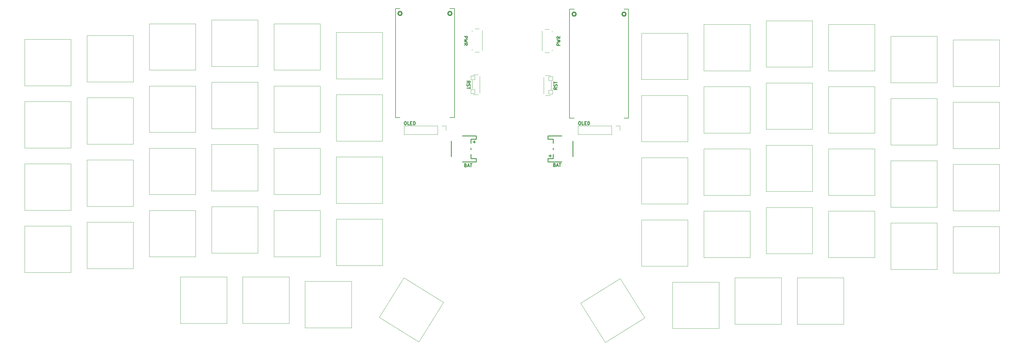
<source format=gbr>
G04 #@! TF.GenerationSoftware,KiCad,Pcbnew,9.0.3*
G04 #@! TF.CreationDate,2025-10-28T13:13:55+10:00*
G04 #@! TF.ProjectId,prototype-mk1_panel,70726f74-6f74-4797-9065-2d6d6b315f70,rev?*
G04 #@! TF.SameCoordinates,Original*
G04 #@! TF.FileFunction,Legend,Top*
G04 #@! TF.FilePolarity,Positive*
%FSLAX46Y46*%
G04 Gerber Fmt 4.6, Leading zero omitted, Abs format (unit mm)*
G04 Created by KiCad (PCBNEW 9.0.3) date 2025-10-28 13:13:55*
%MOMM*%
%LPD*%
G01*
G04 APERTURE LIST*
%ADD10C,0.250000*%
%ADD11C,0.120000*%
%ADD12C,0.100000*%
%ADD13C,0.200000*%
%ADD14C,0.400000*%
G04 APERTURE END LIST*
D10*
X206219048Y-77568666D02*
X206980953Y-77568666D01*
X206600000Y-77949619D02*
X206600000Y-77187714D01*
X183019047Y-73276657D02*
X183780952Y-73276657D01*
X183399999Y-73657610D02*
X183399999Y-72895705D01*
X207961904Y-80325809D02*
X208104761Y-80373428D01*
X208104761Y-80373428D02*
X208152380Y-80421047D01*
X208152380Y-80421047D02*
X208199999Y-80516285D01*
X208199999Y-80516285D02*
X208199999Y-80659142D01*
X208199999Y-80659142D02*
X208152380Y-80754380D01*
X208152380Y-80754380D02*
X208104761Y-80802000D01*
X208104761Y-80802000D02*
X208009523Y-80849619D01*
X208009523Y-80849619D02*
X207628571Y-80849619D01*
X207628571Y-80849619D02*
X207628571Y-79849619D01*
X207628571Y-79849619D02*
X207961904Y-79849619D01*
X207961904Y-79849619D02*
X208057142Y-79897238D01*
X208057142Y-79897238D02*
X208104761Y-79944857D01*
X208104761Y-79944857D02*
X208152380Y-80040095D01*
X208152380Y-80040095D02*
X208152380Y-80135333D01*
X208152380Y-80135333D02*
X208104761Y-80230571D01*
X208104761Y-80230571D02*
X208057142Y-80278190D01*
X208057142Y-80278190D02*
X207961904Y-80325809D01*
X207961904Y-80325809D02*
X207628571Y-80325809D01*
X208580952Y-80563904D02*
X209057142Y-80563904D01*
X208485714Y-80849619D02*
X208819047Y-79849619D01*
X208819047Y-79849619D02*
X209152380Y-80849619D01*
X209342857Y-79849619D02*
X209914285Y-79849619D01*
X209628571Y-80849619D02*
X209628571Y-79849619D01*
X180761904Y-80425809D02*
X180904761Y-80473428D01*
X180904761Y-80473428D02*
X180952380Y-80521047D01*
X180952380Y-80521047D02*
X180999999Y-80616285D01*
X180999999Y-80616285D02*
X180999999Y-80759142D01*
X180999999Y-80759142D02*
X180952380Y-80854380D01*
X180952380Y-80854380D02*
X180904761Y-80902000D01*
X180904761Y-80902000D02*
X180809523Y-80949619D01*
X180809523Y-80949619D02*
X180428571Y-80949619D01*
X180428571Y-80949619D02*
X180428571Y-79949619D01*
X180428571Y-79949619D02*
X180761904Y-79949619D01*
X180761904Y-79949619D02*
X180857142Y-79997238D01*
X180857142Y-79997238D02*
X180904761Y-80044857D01*
X180904761Y-80044857D02*
X180952380Y-80140095D01*
X180952380Y-80140095D02*
X180952380Y-80235333D01*
X180952380Y-80235333D02*
X180904761Y-80330571D01*
X180904761Y-80330571D02*
X180857142Y-80378190D01*
X180857142Y-80378190D02*
X180761904Y-80425809D01*
X180761904Y-80425809D02*
X180428571Y-80425809D01*
X181380952Y-80663904D02*
X181857142Y-80663904D01*
X181285714Y-80949619D02*
X181619047Y-79949619D01*
X181619047Y-79949619D02*
X181952380Y-80949619D01*
X182142857Y-79949619D02*
X182714285Y-79949619D01*
X182428571Y-80949619D02*
X182428571Y-79949619D01*
X215547619Y-67049619D02*
X215738095Y-67049619D01*
X215738095Y-67049619D02*
X215833333Y-67097238D01*
X215833333Y-67097238D02*
X215928571Y-67192476D01*
X215928571Y-67192476D02*
X215976190Y-67382952D01*
X215976190Y-67382952D02*
X215976190Y-67716285D01*
X215976190Y-67716285D02*
X215928571Y-67906761D01*
X215928571Y-67906761D02*
X215833333Y-68002000D01*
X215833333Y-68002000D02*
X215738095Y-68049619D01*
X215738095Y-68049619D02*
X215547619Y-68049619D01*
X215547619Y-68049619D02*
X215452381Y-68002000D01*
X215452381Y-68002000D02*
X215357143Y-67906761D01*
X215357143Y-67906761D02*
X215309524Y-67716285D01*
X215309524Y-67716285D02*
X215309524Y-67382952D01*
X215309524Y-67382952D02*
X215357143Y-67192476D01*
X215357143Y-67192476D02*
X215452381Y-67097238D01*
X215452381Y-67097238D02*
X215547619Y-67049619D01*
X216880952Y-68049619D02*
X216404762Y-68049619D01*
X216404762Y-68049619D02*
X216404762Y-67049619D01*
X217214286Y-67525809D02*
X217547619Y-67525809D01*
X217690476Y-68049619D02*
X217214286Y-68049619D01*
X217214286Y-68049619D02*
X217214286Y-67049619D01*
X217214286Y-67049619D02*
X217690476Y-67049619D01*
X218119048Y-68049619D02*
X218119048Y-67049619D01*
X218119048Y-67049619D02*
X218357143Y-67049619D01*
X218357143Y-67049619D02*
X218500000Y-67097238D01*
X218500000Y-67097238D02*
X218595238Y-67192476D01*
X218595238Y-67192476D02*
X218642857Y-67287714D01*
X218642857Y-67287714D02*
X218690476Y-67478190D01*
X218690476Y-67478190D02*
X218690476Y-67621047D01*
X218690476Y-67621047D02*
X218642857Y-67811523D01*
X218642857Y-67811523D02*
X218595238Y-67906761D01*
X218595238Y-67906761D02*
X218500000Y-68002000D01*
X218500000Y-68002000D02*
X218357143Y-68049619D01*
X218357143Y-68049619D02*
X218119048Y-68049619D01*
X162247619Y-67049619D02*
X162438095Y-67049619D01*
X162438095Y-67049619D02*
X162533333Y-67097238D01*
X162533333Y-67097238D02*
X162628571Y-67192476D01*
X162628571Y-67192476D02*
X162676190Y-67382952D01*
X162676190Y-67382952D02*
X162676190Y-67716285D01*
X162676190Y-67716285D02*
X162628571Y-67906761D01*
X162628571Y-67906761D02*
X162533333Y-68002000D01*
X162533333Y-68002000D02*
X162438095Y-68049619D01*
X162438095Y-68049619D02*
X162247619Y-68049619D01*
X162247619Y-68049619D02*
X162152381Y-68002000D01*
X162152381Y-68002000D02*
X162057143Y-67906761D01*
X162057143Y-67906761D02*
X162009524Y-67716285D01*
X162009524Y-67716285D02*
X162009524Y-67382952D01*
X162009524Y-67382952D02*
X162057143Y-67192476D01*
X162057143Y-67192476D02*
X162152381Y-67097238D01*
X162152381Y-67097238D02*
X162247619Y-67049619D01*
X163580952Y-68049619D02*
X163104762Y-68049619D01*
X163104762Y-68049619D02*
X163104762Y-67049619D01*
X163914286Y-67525809D02*
X164247619Y-67525809D01*
X164390476Y-68049619D02*
X163914286Y-68049619D01*
X163914286Y-68049619D02*
X163914286Y-67049619D01*
X163914286Y-67049619D02*
X164390476Y-67049619D01*
X164819048Y-68049619D02*
X164819048Y-67049619D01*
X164819048Y-67049619D02*
X165057143Y-67049619D01*
X165057143Y-67049619D02*
X165200000Y-67097238D01*
X165200000Y-67097238D02*
X165295238Y-67192476D01*
X165295238Y-67192476D02*
X165342857Y-67287714D01*
X165342857Y-67287714D02*
X165390476Y-67478190D01*
X165390476Y-67478190D02*
X165390476Y-67621047D01*
X165390476Y-67621047D02*
X165342857Y-67811523D01*
X165342857Y-67811523D02*
X165295238Y-67906761D01*
X165295238Y-67906761D02*
X165200000Y-68002000D01*
X165200000Y-68002000D02*
X165057143Y-68049619D01*
X165057143Y-68049619D02*
X164819048Y-68049619D01*
X209649619Y-43733332D02*
X208649619Y-43733332D01*
X208649619Y-43733332D02*
X208649619Y-43352380D01*
X208649619Y-43352380D02*
X208697238Y-43257142D01*
X208697238Y-43257142D02*
X208744857Y-43209523D01*
X208744857Y-43209523D02*
X208840095Y-43161904D01*
X208840095Y-43161904D02*
X208982952Y-43161904D01*
X208982952Y-43161904D02*
X209078190Y-43209523D01*
X209078190Y-43209523D02*
X209125809Y-43257142D01*
X209125809Y-43257142D02*
X209173428Y-43352380D01*
X209173428Y-43352380D02*
X209173428Y-43733332D01*
X208649619Y-42828570D02*
X209649619Y-42590475D01*
X209649619Y-42590475D02*
X208935333Y-42399999D01*
X208935333Y-42399999D02*
X209649619Y-42209523D01*
X209649619Y-42209523D02*
X208649619Y-41971428D01*
X209649619Y-41019047D02*
X209173428Y-41352380D01*
X209649619Y-41590475D02*
X208649619Y-41590475D01*
X208649619Y-41590475D02*
X208649619Y-41209523D01*
X208649619Y-41209523D02*
X208697238Y-41114285D01*
X208697238Y-41114285D02*
X208744857Y-41066666D01*
X208744857Y-41066666D02*
X208840095Y-41019047D01*
X208840095Y-41019047D02*
X208982952Y-41019047D01*
X208982952Y-41019047D02*
X209078190Y-41066666D01*
X209078190Y-41066666D02*
X209125809Y-41114285D01*
X209125809Y-41114285D02*
X209173428Y-41209523D01*
X209173428Y-41209523D02*
X209173428Y-41590475D01*
X180350380Y-40966667D02*
X181350380Y-40966667D01*
X181350380Y-40966667D02*
X181350380Y-41347619D01*
X181350380Y-41347619D02*
X181302761Y-41442857D01*
X181302761Y-41442857D02*
X181255142Y-41490476D01*
X181255142Y-41490476D02*
X181159904Y-41538095D01*
X181159904Y-41538095D02*
X181017047Y-41538095D01*
X181017047Y-41538095D02*
X180921809Y-41490476D01*
X180921809Y-41490476D02*
X180874190Y-41442857D01*
X180874190Y-41442857D02*
X180826571Y-41347619D01*
X180826571Y-41347619D02*
X180826571Y-40966667D01*
X181350380Y-41871429D02*
X180350380Y-42109524D01*
X180350380Y-42109524D02*
X181064666Y-42300000D01*
X181064666Y-42300000D02*
X180350380Y-42490476D01*
X180350380Y-42490476D02*
X181350380Y-42728572D01*
X180350380Y-43680952D02*
X180826571Y-43347619D01*
X180350380Y-43109524D02*
X181350380Y-43109524D01*
X181350380Y-43109524D02*
X181350380Y-43490476D01*
X181350380Y-43490476D02*
X181302761Y-43585714D01*
X181302761Y-43585714D02*
X181255142Y-43633333D01*
X181255142Y-43633333D02*
X181159904Y-43680952D01*
X181159904Y-43680952D02*
X181017047Y-43680952D01*
X181017047Y-43680952D02*
X180921809Y-43633333D01*
X180921809Y-43633333D02*
X180874190Y-43585714D01*
X180874190Y-43585714D02*
X180826571Y-43490476D01*
X180826571Y-43490476D02*
X180826571Y-43109524D01*
X208749619Y-56647619D02*
X208273428Y-56980952D01*
X208749619Y-57219047D02*
X207749619Y-57219047D01*
X207749619Y-57219047D02*
X207749619Y-56838095D01*
X207749619Y-56838095D02*
X207797238Y-56742857D01*
X207797238Y-56742857D02*
X207844857Y-56695238D01*
X207844857Y-56695238D02*
X207940095Y-56647619D01*
X207940095Y-56647619D02*
X208082952Y-56647619D01*
X208082952Y-56647619D02*
X208178190Y-56695238D01*
X208178190Y-56695238D02*
X208225809Y-56742857D01*
X208225809Y-56742857D02*
X208273428Y-56838095D01*
X208273428Y-56838095D02*
X208273428Y-57219047D01*
X208702000Y-56266666D02*
X208749619Y-56123809D01*
X208749619Y-56123809D02*
X208749619Y-55885714D01*
X208749619Y-55885714D02*
X208702000Y-55790476D01*
X208702000Y-55790476D02*
X208654380Y-55742857D01*
X208654380Y-55742857D02*
X208559142Y-55695238D01*
X208559142Y-55695238D02*
X208463904Y-55695238D01*
X208463904Y-55695238D02*
X208368666Y-55742857D01*
X208368666Y-55742857D02*
X208321047Y-55790476D01*
X208321047Y-55790476D02*
X208273428Y-55885714D01*
X208273428Y-55885714D02*
X208225809Y-56076190D01*
X208225809Y-56076190D02*
X208178190Y-56171428D01*
X208178190Y-56171428D02*
X208130571Y-56219047D01*
X208130571Y-56219047D02*
X208035333Y-56266666D01*
X208035333Y-56266666D02*
X207940095Y-56266666D01*
X207940095Y-56266666D02*
X207844857Y-56219047D01*
X207844857Y-56219047D02*
X207797238Y-56171428D01*
X207797238Y-56171428D02*
X207749619Y-56076190D01*
X207749619Y-56076190D02*
X207749619Y-55838095D01*
X207749619Y-55838095D02*
X207797238Y-55695238D01*
X207749619Y-55409523D02*
X207749619Y-54838095D01*
X208749619Y-55123809D02*
X207749619Y-55123809D01*
X181150380Y-55241880D02*
X181626571Y-54908547D01*
X181150380Y-54670452D02*
X182150380Y-54670452D01*
X182150380Y-54670452D02*
X182150380Y-55051404D01*
X182150380Y-55051404D02*
X182102761Y-55146642D01*
X182102761Y-55146642D02*
X182055142Y-55194261D01*
X182055142Y-55194261D02*
X181959904Y-55241880D01*
X181959904Y-55241880D02*
X181817047Y-55241880D01*
X181817047Y-55241880D02*
X181721809Y-55194261D01*
X181721809Y-55194261D02*
X181674190Y-55146642D01*
X181674190Y-55146642D02*
X181626571Y-55051404D01*
X181626571Y-55051404D02*
X181626571Y-54670452D01*
X181198000Y-55622833D02*
X181150380Y-55765690D01*
X181150380Y-55765690D02*
X181150380Y-56003785D01*
X181150380Y-56003785D02*
X181198000Y-56099023D01*
X181198000Y-56099023D02*
X181245619Y-56146642D01*
X181245619Y-56146642D02*
X181340857Y-56194261D01*
X181340857Y-56194261D02*
X181436095Y-56194261D01*
X181436095Y-56194261D02*
X181531333Y-56146642D01*
X181531333Y-56146642D02*
X181578952Y-56099023D01*
X181578952Y-56099023D02*
X181626571Y-56003785D01*
X181626571Y-56003785D02*
X181674190Y-55813309D01*
X181674190Y-55813309D02*
X181721809Y-55718071D01*
X181721809Y-55718071D02*
X181769428Y-55670452D01*
X181769428Y-55670452D02*
X181864666Y-55622833D01*
X181864666Y-55622833D02*
X181959904Y-55622833D01*
X181959904Y-55622833D02*
X182055142Y-55670452D01*
X182055142Y-55670452D02*
X182102761Y-55718071D01*
X182102761Y-55718071D02*
X182150380Y-55813309D01*
X182150380Y-55813309D02*
X182150380Y-56051404D01*
X182150380Y-56051404D02*
X182102761Y-56194261D01*
X182150380Y-56479976D02*
X182150380Y-57051404D01*
X181150380Y-56765690D02*
X182150380Y-56765690D01*
D11*
X329786511Y-80211219D02*
X329786511Y-94411219D01*
X329786511Y-94411219D02*
X343986511Y-94411219D01*
X343986511Y-80211219D02*
X329786511Y-80211219D01*
X343986511Y-94411219D02*
X343986511Y-80211219D01*
X103146992Y-93143240D02*
X103146992Y-107343240D01*
X103146992Y-107343240D02*
X117346992Y-107343240D01*
X117346992Y-93143240D02*
X103146992Y-93143240D01*
X117346992Y-107343240D02*
X117346992Y-93143240D01*
X329786511Y-42111219D02*
X329786511Y-56311219D01*
X329786511Y-56311219D02*
X343986511Y-56311219D01*
X343986511Y-42111219D02*
X329786511Y-42111219D01*
X343986511Y-56311219D02*
X343986511Y-42111219D01*
X45996992Y-41898740D02*
X45996992Y-56098740D01*
X45996992Y-56098740D02*
X60196992Y-56098740D01*
X60196992Y-41898740D02*
X45996992Y-41898740D01*
X60196992Y-56098740D02*
X60196992Y-41898740D01*
X122196992Y-94286240D02*
X122196992Y-108486240D01*
X122196992Y-108486240D02*
X136396992Y-108486240D01*
X136396992Y-94286240D02*
X122196992Y-94286240D01*
X136396992Y-108486240D02*
X136396992Y-94286240D01*
D12*
X204704319Y-53969979D02*
X204704319Y-53461979D01*
X204704319Y-54727979D02*
X204704319Y-57021979D01*
X204704319Y-58541979D02*
X204704319Y-53969979D01*
X205212319Y-52953979D02*
X206736319Y-52953979D01*
X205212319Y-59049979D02*
X206736319Y-59049979D01*
X206990319Y-54731979D02*
X206990319Y-57271979D01*
X206166319Y-54501979D02*
X207366319Y-54501979D01*
X207366319Y-53301979D01*
X206166319Y-53301979D01*
X206166319Y-54501979D01*
X206166319Y-58701979D02*
X207366319Y-58701979D01*
X207366319Y-57501979D01*
X206166319Y-57501979D01*
X206166319Y-58701979D01*
D11*
X141246992Y-39803240D02*
X141246992Y-54003240D01*
X141246992Y-54003240D02*
X155446992Y-54003240D01*
X155446992Y-39803240D02*
X141246992Y-39803240D01*
X155446992Y-54003240D02*
X155446992Y-39803240D01*
X45996992Y-79998740D02*
X45996992Y-94198740D01*
X45996992Y-94198740D02*
X60196992Y-94198740D01*
X60196992Y-79998740D02*
X45996992Y-79998740D01*
X60196992Y-94198740D02*
X60196992Y-79998740D01*
X93621992Y-114669740D02*
X93621992Y-128869740D01*
X93621992Y-128869740D02*
X107821992Y-128869740D01*
X107821992Y-114669740D02*
X93621992Y-114669740D01*
X107821992Y-128869740D02*
X107821992Y-114669740D01*
X141246992Y-58853240D02*
X141246992Y-73053240D01*
X141246992Y-73053240D02*
X155446992Y-73053240D01*
X155446992Y-58853240D02*
X141246992Y-58853240D01*
X155446992Y-73053240D02*
X155446992Y-58853240D01*
X103146992Y-55043240D02*
X103146992Y-69243240D01*
X103146992Y-69243240D02*
X117346992Y-69243240D01*
X117346992Y-55043240D02*
X103146992Y-55043240D01*
X117346992Y-69243240D02*
X117346992Y-55043240D01*
X272636511Y-36205719D02*
X272636511Y-50405719D01*
X272636511Y-50405719D02*
X286836511Y-50405719D01*
X286836511Y-36205719D02*
X272636511Y-36205719D01*
X286836511Y-50405719D02*
X286836511Y-36205719D01*
D13*
X212584066Y-32712338D02*
X213986516Y-32712338D01*
X212584066Y-66050719D02*
X212584066Y-32712338D01*
X212584066Y-66050719D02*
X213986516Y-66050719D01*
X229226526Y-32712338D02*
X230628967Y-32712338D01*
X229226526Y-66050719D02*
X230628967Y-66050719D01*
X230628967Y-32712338D02*
X230628967Y-66050719D01*
D14*
X214586516Y-34200729D02*
G75*
G02*
X213386516Y-34200729I-600000J0D01*
G01*
X213386516Y-34200729D02*
G75*
G02*
X214586516Y-34200729I600000J0D01*
G01*
X229826526Y-34200719D02*
G75*
G02*
X228626526Y-34200719I-600000J0D01*
G01*
X228626526Y-34200719D02*
G75*
G02*
X229826526Y-34200719I600000J0D01*
G01*
D11*
X215983363Y-122659408D02*
X223508216Y-134701691D01*
X223508216Y-134701691D02*
X235550499Y-127176838D01*
X228025646Y-115134555D02*
X215983363Y-122659408D01*
X235550499Y-127176838D02*
X228025646Y-115134555D01*
X234536511Y-97165719D02*
X234536511Y-111365719D01*
X234536511Y-111365719D02*
X248736511Y-111365719D01*
X248736511Y-97165719D02*
X234536511Y-97165719D01*
X248736511Y-111365719D02*
X248736511Y-97165719D01*
X204136511Y-45490719D02*
X204136511Y-39390719D01*
X205036511Y-45990719D02*
X206336511Y-45990719D01*
X206336511Y-38890719D02*
X205036511Y-38890719D01*
X207236511Y-39390719D02*
X207236511Y-39740719D01*
X207236511Y-45140719D02*
X207236511Y-45490719D01*
X310736511Y-79068219D02*
X310736511Y-93268219D01*
X310736511Y-93268219D02*
X324936511Y-93268219D01*
X324936511Y-79068219D02*
X310736511Y-79068219D01*
X324936511Y-93268219D02*
X324936511Y-79068219D01*
D10*
X176416992Y-77828240D02*
X176416992Y-73028240D01*
X182436992Y-72428240D02*
X184016992Y-72428240D01*
X182436992Y-73698240D02*
X182436992Y-72428240D01*
X182446992Y-75698240D02*
X182446992Y-75158240D01*
X182446992Y-78428240D02*
X182446992Y-77158240D01*
X184016992Y-71478240D02*
X179796992Y-71478240D01*
X184016992Y-72428240D02*
X184016992Y-71478240D01*
X184016992Y-78428240D02*
X182446992Y-78428240D01*
X184016992Y-79378240D02*
X179796992Y-79378240D01*
X184016992Y-79378240D02*
X184016992Y-78428240D01*
D11*
X122196992Y-37136240D02*
X122196992Y-51336240D01*
X122196992Y-51336240D02*
X136396992Y-51336240D01*
X136396992Y-37136240D02*
X122196992Y-37136240D01*
X136396992Y-51336240D02*
X136396992Y-37136240D01*
X84096992Y-94286240D02*
X84096992Y-108486240D01*
X84096992Y-108486240D02*
X98296992Y-108486240D01*
X98296992Y-94286240D02*
X84096992Y-94286240D01*
X98296992Y-108486240D02*
X98296992Y-94286240D01*
X103146992Y-35993240D02*
X103146992Y-50193240D01*
X103146992Y-50193240D02*
X117346992Y-50193240D01*
X117346992Y-35993240D02*
X103146992Y-35993240D01*
X117346992Y-50193240D02*
X117346992Y-35993240D01*
X329786511Y-99261219D02*
X329786511Y-113461219D01*
X329786511Y-113461219D02*
X343986511Y-113461219D01*
X343986511Y-99261219D02*
X329786511Y-99261219D01*
X343986511Y-113461219D02*
X343986511Y-99261219D01*
X45996992Y-60948740D02*
X45996992Y-75148740D01*
X45996992Y-75148740D02*
X60196992Y-75148740D01*
X60196992Y-60948740D02*
X45996992Y-60948740D01*
X60196992Y-75148740D02*
X60196992Y-60948740D01*
X263111511Y-114882219D02*
X263111511Y-129082219D01*
X263111511Y-129082219D02*
X277311511Y-129082219D01*
X277311511Y-114882219D02*
X263111511Y-114882219D01*
X277311511Y-129082219D02*
X277311511Y-114882219D01*
X310736511Y-98118219D02*
X310736511Y-112318219D01*
X310736511Y-112318219D02*
X324936511Y-112318219D01*
X324936511Y-98118219D02*
X310736511Y-98118219D01*
X324936511Y-112318219D02*
X324936511Y-98118219D01*
X84096992Y-75236240D02*
X84096992Y-89436240D01*
X84096992Y-89436240D02*
X98296992Y-89436240D01*
X98296992Y-75236240D02*
X84096992Y-75236240D01*
X98296992Y-89436240D02*
X98296992Y-75236240D01*
X291686511Y-94498719D02*
X291686511Y-108698719D01*
X291686511Y-108698719D02*
X305886511Y-108698719D01*
X305886511Y-94498719D02*
X291686511Y-94498719D01*
X305886511Y-108698719D02*
X305886511Y-94498719D01*
X174796992Y-68440719D02*
X173496992Y-68440719D01*
X174796992Y-69740719D02*
X174796992Y-68440719D01*
X172236992Y-68440719D02*
X162016992Y-68440719D01*
X162016992Y-71040719D01*
X172236992Y-71040719D01*
X172236992Y-68440719D01*
X234536511Y-59065719D02*
X234536511Y-73265719D01*
X234536511Y-73265719D02*
X248736511Y-73265719D01*
X248736511Y-59065719D02*
X234536511Y-59065719D01*
X248736511Y-73265719D02*
X248736511Y-59065719D01*
X65046992Y-59805740D02*
X65046992Y-74005740D01*
X65046992Y-74005740D02*
X79246992Y-74005740D01*
X79246992Y-59805740D02*
X65046992Y-59805740D01*
X79246992Y-74005740D02*
X79246992Y-59805740D01*
X103146992Y-74093240D02*
X103146992Y-88293240D01*
X103146992Y-88293240D02*
X117346992Y-88293240D01*
X117346992Y-74093240D02*
X103146992Y-74093240D01*
X117346992Y-88293240D02*
X117346992Y-74093240D01*
X122196992Y-56186240D02*
X122196992Y-70386240D01*
X122196992Y-70386240D02*
X136396992Y-70386240D01*
X136396992Y-56186240D02*
X122196992Y-56186240D01*
X136396992Y-70386240D02*
X136396992Y-56186240D01*
X253586511Y-94498719D02*
X253586511Y-108698719D01*
X253586511Y-108698719D02*
X267786511Y-108698719D01*
X267786511Y-94498719D02*
X253586511Y-94498719D01*
X267786511Y-108698719D02*
X267786511Y-94498719D01*
X65046992Y-40755740D02*
X65046992Y-54955740D01*
X65046992Y-54955740D02*
X79246992Y-54955740D01*
X79246992Y-40755740D02*
X65046992Y-40755740D01*
X79246992Y-54955740D02*
X79246992Y-40755740D01*
D12*
X182802800Y-57059500D02*
X182802800Y-54519500D01*
X184580800Y-52741500D02*
X183056800Y-52741500D01*
X184580800Y-58837500D02*
X183056800Y-58837500D01*
X185088800Y-53249500D02*
X185088800Y-57821500D01*
X185088800Y-57063500D02*
X185088800Y-54769500D01*
X185088800Y-57821500D02*
X185088800Y-58329500D01*
X183626800Y-53089500D02*
X182426800Y-53089500D01*
X182426800Y-54289500D01*
X183626800Y-54289500D01*
X183626800Y-53089500D01*
X183626800Y-57289500D02*
X182426800Y-57289500D01*
X182426800Y-58489500D01*
X183626800Y-58489500D01*
X183626800Y-57289500D01*
D11*
X45996992Y-99048740D02*
X45996992Y-113248740D01*
X45996992Y-113248740D02*
X60196992Y-113248740D01*
X60196992Y-99048740D02*
X45996992Y-99048740D01*
X60196992Y-113248740D02*
X60196992Y-99048740D01*
X272636511Y-74305719D02*
X272636511Y-88505719D01*
X272636511Y-88505719D02*
X286836511Y-88505719D01*
X286836511Y-74305719D02*
X272636511Y-74305719D01*
X286836511Y-88505719D02*
X286836511Y-74305719D01*
X141246992Y-96953240D02*
X141246992Y-111153240D01*
X141246992Y-111153240D02*
X155446992Y-111153240D01*
X155446992Y-96953240D02*
X141246992Y-96953240D01*
X155446992Y-111153240D02*
X155446992Y-96953240D01*
X282161511Y-114882219D02*
X282161511Y-129082219D01*
X282161511Y-129082219D02*
X296361511Y-129082219D01*
X296361511Y-114882219D02*
X282161511Y-114882219D01*
X296361511Y-129082219D02*
X296361511Y-114882219D01*
X310736511Y-60018219D02*
X310736511Y-74218219D01*
X310736511Y-74218219D02*
X324936511Y-74218219D01*
X324936511Y-60018219D02*
X310736511Y-60018219D01*
X324936511Y-74218219D02*
X324936511Y-60018219D01*
X291686511Y-56398719D02*
X291686511Y-70598719D01*
X291686511Y-70598719D02*
X305886511Y-70598719D01*
X305886511Y-56398719D02*
X291686511Y-56398719D01*
X305886511Y-70598719D02*
X305886511Y-56398719D01*
X253586511Y-37348719D02*
X253586511Y-51548719D01*
X253586511Y-51548719D02*
X267786511Y-51548719D01*
X267786511Y-37348719D02*
X253586511Y-37348719D01*
X267786511Y-51548719D02*
X267786511Y-37348719D01*
X253586511Y-75448719D02*
X253586511Y-89648719D01*
X253586511Y-89648719D02*
X267786511Y-89648719D01*
X267786511Y-75448719D02*
X253586511Y-75448719D01*
X267786511Y-89648719D02*
X267786511Y-75448719D01*
X84096992Y-37136240D02*
X84096992Y-51336240D01*
X84096992Y-51336240D02*
X98296992Y-51336240D01*
X98296992Y-37136240D02*
X84096992Y-37136240D01*
X98296992Y-51336240D02*
X98296992Y-37136240D01*
X272636511Y-55255719D02*
X272636511Y-69455719D01*
X272636511Y-69455719D02*
X286836511Y-69455719D01*
X286836511Y-55255719D02*
X272636511Y-55255719D01*
X286836511Y-69455719D02*
X286836511Y-55255719D01*
X112671992Y-114669740D02*
X112671992Y-128869740D01*
X112671992Y-128869740D02*
X126871992Y-128869740D01*
X126871992Y-114669740D02*
X112671992Y-114669740D01*
X126871992Y-128869740D02*
X126871992Y-114669740D01*
D10*
X205966511Y-71478240D02*
X205966511Y-72428240D01*
X205966511Y-71478240D02*
X210186511Y-71478240D01*
X205966511Y-72428240D02*
X207536511Y-72428240D01*
X205966511Y-78428240D02*
X205966511Y-79378240D01*
X205966511Y-79378240D02*
X210186511Y-79378240D01*
X207536511Y-72428240D02*
X207536511Y-73698240D01*
X207536511Y-75158240D02*
X207536511Y-75698240D01*
X207546511Y-77158240D02*
X207546511Y-78428240D01*
X207546511Y-78428240D02*
X205966511Y-78428240D01*
X213566511Y-73028240D02*
X213566511Y-77828240D01*
D11*
X244061511Y-116215719D02*
X244061511Y-130415719D01*
X244061511Y-130415719D02*
X258261511Y-130415719D01*
X258261511Y-116215719D02*
X244061511Y-116215719D01*
X258261511Y-130415719D02*
X258261511Y-116215719D01*
X291686511Y-75448719D02*
X291686511Y-89648719D01*
X291686511Y-89648719D02*
X305886511Y-89648719D01*
X305886511Y-75448719D02*
X291686511Y-75448719D01*
X305886511Y-89648719D02*
X305886511Y-75448719D01*
X227986511Y-68440719D02*
X226686511Y-68440719D01*
X227986511Y-69740719D02*
X227986511Y-68440719D01*
X225426511Y-68440719D02*
X215206511Y-68440719D01*
X215206511Y-71040719D01*
X225426511Y-71040719D01*
X225426511Y-68440719D01*
X329786511Y-61161219D02*
X329786511Y-75361219D01*
X329786511Y-75361219D02*
X343986511Y-75361219D01*
X343986511Y-61161219D02*
X329786511Y-61161219D01*
X343986511Y-75361219D02*
X343986511Y-61161219D01*
X291686511Y-37348719D02*
X291686511Y-51548719D01*
X291686511Y-51548719D02*
X305886511Y-51548719D01*
X305886511Y-37348719D02*
X291686511Y-37348719D01*
X305886511Y-51548719D02*
X305886511Y-37348719D01*
X272636511Y-93355719D02*
X272636511Y-107555719D01*
X272636511Y-107555719D02*
X286836511Y-107555719D01*
X286836511Y-93355719D02*
X272636511Y-93355719D01*
X286836511Y-107555719D02*
X286836511Y-93355719D01*
X131721992Y-116003240D02*
X131721992Y-130203240D01*
X131721992Y-130203240D02*
X145921992Y-130203240D01*
X145921992Y-116003240D02*
X131721992Y-116003240D01*
X145921992Y-130203240D02*
X145921992Y-116003240D01*
X154433004Y-126964359D02*
X166475287Y-134489212D01*
X161957857Y-114922076D02*
X154433004Y-126964359D01*
X166475287Y-134489212D02*
X174000140Y-122446929D01*
X174000140Y-122446929D02*
X161957857Y-114922076D01*
X84096992Y-56186240D02*
X84096992Y-70386240D01*
X84096992Y-70386240D02*
X98296992Y-70386240D01*
X98296992Y-56186240D02*
X84096992Y-56186240D01*
X98296992Y-70386240D02*
X98296992Y-56186240D01*
X182746992Y-39528240D02*
X182746992Y-39178240D01*
X182746992Y-45278240D02*
X182746992Y-44928240D01*
X183646992Y-45778240D02*
X184946992Y-45778240D01*
X184946992Y-38678240D02*
X183646992Y-38678240D01*
X185846992Y-39178240D02*
X185846992Y-45278240D01*
X310736511Y-40968219D02*
X310736511Y-55168219D01*
X310736511Y-55168219D02*
X324936511Y-55168219D01*
X324936511Y-40968219D02*
X310736511Y-40968219D01*
X324936511Y-55168219D02*
X324936511Y-40968219D01*
X65046992Y-78855740D02*
X65046992Y-93055740D01*
X65046992Y-93055740D02*
X79246992Y-93055740D01*
X79246992Y-78855740D02*
X65046992Y-78855740D01*
X79246992Y-93055740D02*
X79246992Y-78855740D01*
X234536511Y-40015719D02*
X234536511Y-54215719D01*
X234536511Y-54215719D02*
X248736511Y-54215719D01*
X248736511Y-40015719D02*
X234536511Y-40015719D01*
X248736511Y-54215719D02*
X248736511Y-40015719D01*
X141246992Y-77903240D02*
X141246992Y-92103240D01*
X141246992Y-92103240D02*
X155446992Y-92103240D01*
X155446992Y-77903240D02*
X141246992Y-77903240D01*
X155446992Y-92103240D02*
X155446992Y-77903240D01*
X234536511Y-78115719D02*
X234536511Y-92315719D01*
X234536511Y-92315719D02*
X248736511Y-92315719D01*
X248736511Y-78115719D02*
X234536511Y-78115719D01*
X248736511Y-92315719D02*
X248736511Y-78115719D01*
X253586511Y-56398719D02*
X253586511Y-70598719D01*
X253586511Y-70598719D02*
X267786511Y-70598719D01*
X267786511Y-56398719D02*
X253586511Y-56398719D01*
X267786511Y-70598719D02*
X267786511Y-56398719D01*
X122196992Y-75236240D02*
X122196992Y-89436240D01*
X122196992Y-89436240D02*
X136396992Y-89436240D01*
X136396992Y-75236240D02*
X122196992Y-75236240D01*
X136396992Y-89436240D02*
X136396992Y-75236240D01*
X65046992Y-97905740D02*
X65046992Y-112105740D01*
X65046992Y-112105740D02*
X79246992Y-112105740D01*
X79246992Y-97905740D02*
X65046992Y-97905740D01*
X79246992Y-112105740D02*
X79246992Y-97905740D01*
D13*
X159354527Y-32499859D02*
X160756977Y-32499859D01*
X159354527Y-65838240D02*
X159354527Y-32499859D01*
X159354527Y-65838240D02*
X160756977Y-65838240D01*
X175996987Y-32499859D02*
X177399428Y-32499859D01*
X175996987Y-65838240D02*
X177399428Y-65838240D01*
X177399428Y-32499859D02*
X177399428Y-65838240D01*
D14*
X161356977Y-33988250D02*
G75*
G02*
X160156977Y-33988250I-600000J0D01*
G01*
X160156977Y-33988250D02*
G75*
G02*
X161356977Y-33988250I600000J0D01*
G01*
X176596987Y-33988240D02*
G75*
G02*
X175396987Y-33988240I-600000J0D01*
G01*
X175396987Y-33988240D02*
G75*
G02*
X176596987Y-33988240I600000J0D01*
G01*
M02*

</source>
